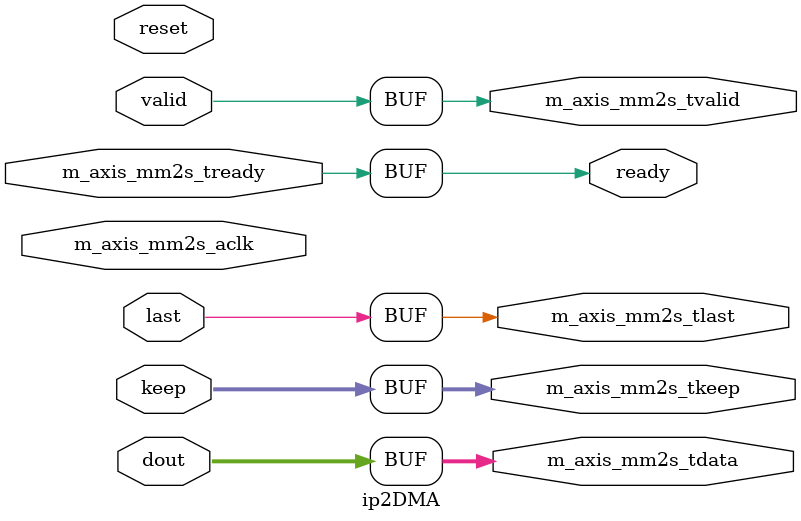
<source format=v>
module ip2DMA(
  input [127:0] dout,
  input valid,
  output ready,
  input [15:0] keep,
  input last,
  input m_axis_mm2s_aclk,
  input reset,

  output [127:0] m_axis_mm2s_tdata,
  output [15:0]  m_axis_mm2s_tkeep,
  output         m_axis_mm2s_tlast,
  input          m_axis_mm2s_tready,
  output         m_axis_mm2s_tvalid
  );

assign m_axis_mm2s_tdata  = dout;
assign m_axis_mm2s_tkeep  = keep;
assign m_axis_mm2s_tlast  = last;
assign ready= m_axis_mm2s_tready;
assign m_axis_mm2s_tvalid = valid;


endmodule

</source>
